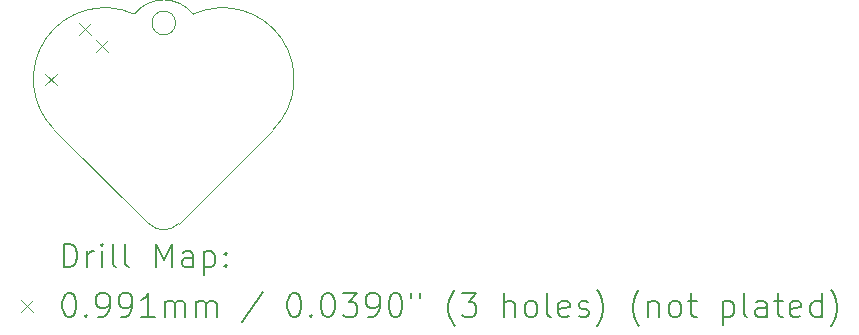
<source format=gbr>
%TF.GenerationSoftware,KiCad,Pcbnew,8.0.9-8.0.9-0~ubuntu20.04.1*%
%TF.CreationDate,2025-12-29T17:13:46+00:00*%
%TF.ProjectId,nfc-pcb-tag,6e66632d-7063-4622-9d74-61672e6b6963,rev?*%
%TF.SameCoordinates,Original*%
%TF.FileFunction,Drillmap*%
%TF.FilePolarity,Positive*%
%FSLAX45Y45*%
G04 Gerber Fmt 4.5, Leading zero omitted, Abs format (unit mm)*
G04 Created by KiCad (PCBNEW 8.0.9-8.0.9-0~ubuntu20.04.1) date 2025-12-29 17:13:46*
%MOMM*%
%LPD*%
G01*
G04 APERTURE LIST*
%ADD10C,0.100000*%
%ADD11C,0.050000*%
%ADD12C,0.200000*%
G04 APERTURE END LIST*
D10*
X8177200Y-4027200D02*
X7375000Y-4825000D01*
D11*
X7350000Y-3125000D02*
G75*
G02*
X7150000Y-3125000I-100000J0D01*
G01*
X7150000Y-3125000D02*
G75*
G02*
X7350000Y-3125000I100000J0D01*
G01*
D10*
X6322800Y-4027200D02*
G75*
G02*
X7000000Y-3050000I427200J427200D01*
G01*
X6322800Y-4027200D02*
X7125000Y-4825000D01*
D11*
X7000000Y-3050000D02*
G75*
G02*
X7500000Y-3050000I250000J-200000D01*
G01*
D10*
X7375000Y-4825000D02*
G75*
G02*
X7125000Y-4825000I-125000J125000D01*
G01*
X7500000Y-3050000D02*
G75*
G02*
X8177200Y-4027200I250000J-550000D01*
G01*
D12*
D10*
X6245865Y-3555075D02*
X6344925Y-3654135D01*
X6344925Y-3555075D02*
X6245865Y-3654135D01*
X6533233Y-3124023D02*
X6632293Y-3223083D01*
X6632293Y-3124023D02*
X6533233Y-3223083D01*
X6676917Y-3267707D02*
X6775977Y-3366767D01*
X6775977Y-3267707D02*
X6676917Y-3366767D01*
D12*
X6401625Y-5193260D02*
X6401625Y-4993260D01*
X6401625Y-4993260D02*
X6449244Y-4993260D01*
X6449244Y-4993260D02*
X6477815Y-5002784D01*
X6477815Y-5002784D02*
X6496863Y-5021832D01*
X6496863Y-5021832D02*
X6506386Y-5040879D01*
X6506386Y-5040879D02*
X6515910Y-5078975D01*
X6515910Y-5078975D02*
X6515910Y-5107546D01*
X6515910Y-5107546D02*
X6506386Y-5145641D01*
X6506386Y-5145641D02*
X6496863Y-5164689D01*
X6496863Y-5164689D02*
X6477815Y-5183737D01*
X6477815Y-5183737D02*
X6449244Y-5193260D01*
X6449244Y-5193260D02*
X6401625Y-5193260D01*
X6601625Y-5193260D02*
X6601625Y-5059927D01*
X6601625Y-5098022D02*
X6611148Y-5078975D01*
X6611148Y-5078975D02*
X6620672Y-5069451D01*
X6620672Y-5069451D02*
X6639720Y-5059927D01*
X6639720Y-5059927D02*
X6658767Y-5059927D01*
X6725434Y-5193260D02*
X6725434Y-5059927D01*
X6725434Y-4993260D02*
X6715910Y-5002784D01*
X6715910Y-5002784D02*
X6725434Y-5012308D01*
X6725434Y-5012308D02*
X6734958Y-5002784D01*
X6734958Y-5002784D02*
X6725434Y-4993260D01*
X6725434Y-4993260D02*
X6725434Y-5012308D01*
X6849244Y-5193260D02*
X6830196Y-5183737D01*
X6830196Y-5183737D02*
X6820672Y-5164689D01*
X6820672Y-5164689D02*
X6820672Y-4993260D01*
X6954005Y-5193260D02*
X6934958Y-5183737D01*
X6934958Y-5183737D02*
X6925434Y-5164689D01*
X6925434Y-5164689D02*
X6925434Y-4993260D01*
X7182577Y-5193260D02*
X7182577Y-4993260D01*
X7182577Y-4993260D02*
X7249244Y-5136118D01*
X7249244Y-5136118D02*
X7315910Y-4993260D01*
X7315910Y-4993260D02*
X7315910Y-5193260D01*
X7496863Y-5193260D02*
X7496863Y-5088499D01*
X7496863Y-5088499D02*
X7487339Y-5069451D01*
X7487339Y-5069451D02*
X7468291Y-5059927D01*
X7468291Y-5059927D02*
X7430196Y-5059927D01*
X7430196Y-5059927D02*
X7411148Y-5069451D01*
X7496863Y-5183737D02*
X7477815Y-5193260D01*
X7477815Y-5193260D02*
X7430196Y-5193260D01*
X7430196Y-5193260D02*
X7411148Y-5183737D01*
X7411148Y-5183737D02*
X7401625Y-5164689D01*
X7401625Y-5164689D02*
X7401625Y-5145641D01*
X7401625Y-5145641D02*
X7411148Y-5126594D01*
X7411148Y-5126594D02*
X7430196Y-5117070D01*
X7430196Y-5117070D02*
X7477815Y-5117070D01*
X7477815Y-5117070D02*
X7496863Y-5107546D01*
X7592101Y-5059927D02*
X7592101Y-5259927D01*
X7592101Y-5069451D02*
X7611148Y-5059927D01*
X7611148Y-5059927D02*
X7649244Y-5059927D01*
X7649244Y-5059927D02*
X7668291Y-5069451D01*
X7668291Y-5069451D02*
X7677815Y-5078975D01*
X7677815Y-5078975D02*
X7687339Y-5098022D01*
X7687339Y-5098022D02*
X7687339Y-5155165D01*
X7687339Y-5155165D02*
X7677815Y-5174213D01*
X7677815Y-5174213D02*
X7668291Y-5183737D01*
X7668291Y-5183737D02*
X7649244Y-5193260D01*
X7649244Y-5193260D02*
X7611148Y-5193260D01*
X7611148Y-5193260D02*
X7592101Y-5183737D01*
X7773053Y-5174213D02*
X7782577Y-5183737D01*
X7782577Y-5183737D02*
X7773053Y-5193260D01*
X7773053Y-5193260D02*
X7763529Y-5183737D01*
X7763529Y-5183737D02*
X7773053Y-5174213D01*
X7773053Y-5174213D02*
X7773053Y-5193260D01*
X7773053Y-5069451D02*
X7782577Y-5078975D01*
X7782577Y-5078975D02*
X7773053Y-5088499D01*
X7773053Y-5088499D02*
X7763529Y-5078975D01*
X7763529Y-5078975D02*
X7773053Y-5069451D01*
X7773053Y-5069451D02*
X7773053Y-5088499D01*
D10*
X6041788Y-5472247D02*
X6140848Y-5571307D01*
X6140848Y-5472247D02*
X6041788Y-5571307D01*
D12*
X6439720Y-5413260D02*
X6458767Y-5413260D01*
X6458767Y-5413260D02*
X6477815Y-5422784D01*
X6477815Y-5422784D02*
X6487339Y-5432308D01*
X6487339Y-5432308D02*
X6496863Y-5451356D01*
X6496863Y-5451356D02*
X6506386Y-5489451D01*
X6506386Y-5489451D02*
X6506386Y-5537070D01*
X6506386Y-5537070D02*
X6496863Y-5575165D01*
X6496863Y-5575165D02*
X6487339Y-5594213D01*
X6487339Y-5594213D02*
X6477815Y-5603737D01*
X6477815Y-5603737D02*
X6458767Y-5613260D01*
X6458767Y-5613260D02*
X6439720Y-5613260D01*
X6439720Y-5613260D02*
X6420672Y-5603737D01*
X6420672Y-5603737D02*
X6411148Y-5594213D01*
X6411148Y-5594213D02*
X6401625Y-5575165D01*
X6401625Y-5575165D02*
X6392101Y-5537070D01*
X6392101Y-5537070D02*
X6392101Y-5489451D01*
X6392101Y-5489451D02*
X6401625Y-5451356D01*
X6401625Y-5451356D02*
X6411148Y-5432308D01*
X6411148Y-5432308D02*
X6420672Y-5422784D01*
X6420672Y-5422784D02*
X6439720Y-5413260D01*
X6592101Y-5594213D02*
X6601625Y-5603737D01*
X6601625Y-5603737D02*
X6592101Y-5613260D01*
X6592101Y-5613260D02*
X6582577Y-5603737D01*
X6582577Y-5603737D02*
X6592101Y-5594213D01*
X6592101Y-5594213D02*
X6592101Y-5613260D01*
X6696863Y-5613260D02*
X6734958Y-5613260D01*
X6734958Y-5613260D02*
X6754006Y-5603737D01*
X6754006Y-5603737D02*
X6763529Y-5594213D01*
X6763529Y-5594213D02*
X6782577Y-5565641D01*
X6782577Y-5565641D02*
X6792101Y-5527546D01*
X6792101Y-5527546D02*
X6792101Y-5451356D01*
X6792101Y-5451356D02*
X6782577Y-5432308D01*
X6782577Y-5432308D02*
X6773053Y-5422784D01*
X6773053Y-5422784D02*
X6754006Y-5413260D01*
X6754006Y-5413260D02*
X6715910Y-5413260D01*
X6715910Y-5413260D02*
X6696863Y-5422784D01*
X6696863Y-5422784D02*
X6687339Y-5432308D01*
X6687339Y-5432308D02*
X6677815Y-5451356D01*
X6677815Y-5451356D02*
X6677815Y-5498975D01*
X6677815Y-5498975D02*
X6687339Y-5518022D01*
X6687339Y-5518022D02*
X6696863Y-5527546D01*
X6696863Y-5527546D02*
X6715910Y-5537070D01*
X6715910Y-5537070D02*
X6754006Y-5537070D01*
X6754006Y-5537070D02*
X6773053Y-5527546D01*
X6773053Y-5527546D02*
X6782577Y-5518022D01*
X6782577Y-5518022D02*
X6792101Y-5498975D01*
X6887339Y-5613260D02*
X6925434Y-5613260D01*
X6925434Y-5613260D02*
X6944482Y-5603737D01*
X6944482Y-5603737D02*
X6954006Y-5594213D01*
X6954006Y-5594213D02*
X6973053Y-5565641D01*
X6973053Y-5565641D02*
X6982577Y-5527546D01*
X6982577Y-5527546D02*
X6982577Y-5451356D01*
X6982577Y-5451356D02*
X6973053Y-5432308D01*
X6973053Y-5432308D02*
X6963529Y-5422784D01*
X6963529Y-5422784D02*
X6944482Y-5413260D01*
X6944482Y-5413260D02*
X6906386Y-5413260D01*
X6906386Y-5413260D02*
X6887339Y-5422784D01*
X6887339Y-5422784D02*
X6877815Y-5432308D01*
X6877815Y-5432308D02*
X6868291Y-5451356D01*
X6868291Y-5451356D02*
X6868291Y-5498975D01*
X6868291Y-5498975D02*
X6877815Y-5518022D01*
X6877815Y-5518022D02*
X6887339Y-5527546D01*
X6887339Y-5527546D02*
X6906386Y-5537070D01*
X6906386Y-5537070D02*
X6944482Y-5537070D01*
X6944482Y-5537070D02*
X6963529Y-5527546D01*
X6963529Y-5527546D02*
X6973053Y-5518022D01*
X6973053Y-5518022D02*
X6982577Y-5498975D01*
X7173053Y-5613260D02*
X7058767Y-5613260D01*
X7115910Y-5613260D02*
X7115910Y-5413260D01*
X7115910Y-5413260D02*
X7096863Y-5441832D01*
X7096863Y-5441832D02*
X7077815Y-5460879D01*
X7077815Y-5460879D02*
X7058767Y-5470403D01*
X7258767Y-5613260D02*
X7258767Y-5479927D01*
X7258767Y-5498975D02*
X7268291Y-5489451D01*
X7268291Y-5489451D02*
X7287339Y-5479927D01*
X7287339Y-5479927D02*
X7315910Y-5479927D01*
X7315910Y-5479927D02*
X7334958Y-5489451D01*
X7334958Y-5489451D02*
X7344482Y-5508499D01*
X7344482Y-5508499D02*
X7344482Y-5613260D01*
X7344482Y-5508499D02*
X7354006Y-5489451D01*
X7354006Y-5489451D02*
X7373053Y-5479927D01*
X7373053Y-5479927D02*
X7401625Y-5479927D01*
X7401625Y-5479927D02*
X7420672Y-5489451D01*
X7420672Y-5489451D02*
X7430196Y-5508499D01*
X7430196Y-5508499D02*
X7430196Y-5613260D01*
X7525434Y-5613260D02*
X7525434Y-5479927D01*
X7525434Y-5498975D02*
X7534958Y-5489451D01*
X7534958Y-5489451D02*
X7554006Y-5479927D01*
X7554006Y-5479927D02*
X7582577Y-5479927D01*
X7582577Y-5479927D02*
X7601625Y-5489451D01*
X7601625Y-5489451D02*
X7611148Y-5508499D01*
X7611148Y-5508499D02*
X7611148Y-5613260D01*
X7611148Y-5508499D02*
X7620672Y-5489451D01*
X7620672Y-5489451D02*
X7639720Y-5479927D01*
X7639720Y-5479927D02*
X7668291Y-5479927D01*
X7668291Y-5479927D02*
X7687339Y-5489451D01*
X7687339Y-5489451D02*
X7696863Y-5508499D01*
X7696863Y-5508499D02*
X7696863Y-5613260D01*
X8087339Y-5403737D02*
X7915910Y-5660879D01*
X8344482Y-5413260D02*
X8363530Y-5413260D01*
X8363530Y-5413260D02*
X8382577Y-5422784D01*
X8382577Y-5422784D02*
X8392101Y-5432308D01*
X8392101Y-5432308D02*
X8401625Y-5451356D01*
X8401625Y-5451356D02*
X8411149Y-5489451D01*
X8411149Y-5489451D02*
X8411149Y-5537070D01*
X8411149Y-5537070D02*
X8401625Y-5575165D01*
X8401625Y-5575165D02*
X8392101Y-5594213D01*
X8392101Y-5594213D02*
X8382577Y-5603737D01*
X8382577Y-5603737D02*
X8363530Y-5613260D01*
X8363530Y-5613260D02*
X8344482Y-5613260D01*
X8344482Y-5613260D02*
X8325434Y-5603737D01*
X8325434Y-5603737D02*
X8315910Y-5594213D01*
X8315910Y-5594213D02*
X8306387Y-5575165D01*
X8306387Y-5575165D02*
X8296863Y-5537070D01*
X8296863Y-5537070D02*
X8296863Y-5489451D01*
X8296863Y-5489451D02*
X8306387Y-5451356D01*
X8306387Y-5451356D02*
X8315910Y-5432308D01*
X8315910Y-5432308D02*
X8325434Y-5422784D01*
X8325434Y-5422784D02*
X8344482Y-5413260D01*
X8496863Y-5594213D02*
X8506387Y-5603737D01*
X8506387Y-5603737D02*
X8496863Y-5613260D01*
X8496863Y-5613260D02*
X8487339Y-5603737D01*
X8487339Y-5603737D02*
X8496863Y-5594213D01*
X8496863Y-5594213D02*
X8496863Y-5613260D01*
X8630196Y-5413260D02*
X8649244Y-5413260D01*
X8649244Y-5413260D02*
X8668292Y-5422784D01*
X8668292Y-5422784D02*
X8677815Y-5432308D01*
X8677815Y-5432308D02*
X8687339Y-5451356D01*
X8687339Y-5451356D02*
X8696863Y-5489451D01*
X8696863Y-5489451D02*
X8696863Y-5537070D01*
X8696863Y-5537070D02*
X8687339Y-5575165D01*
X8687339Y-5575165D02*
X8677815Y-5594213D01*
X8677815Y-5594213D02*
X8668292Y-5603737D01*
X8668292Y-5603737D02*
X8649244Y-5613260D01*
X8649244Y-5613260D02*
X8630196Y-5613260D01*
X8630196Y-5613260D02*
X8611149Y-5603737D01*
X8611149Y-5603737D02*
X8601625Y-5594213D01*
X8601625Y-5594213D02*
X8592101Y-5575165D01*
X8592101Y-5575165D02*
X8582577Y-5537070D01*
X8582577Y-5537070D02*
X8582577Y-5489451D01*
X8582577Y-5489451D02*
X8592101Y-5451356D01*
X8592101Y-5451356D02*
X8601625Y-5432308D01*
X8601625Y-5432308D02*
X8611149Y-5422784D01*
X8611149Y-5422784D02*
X8630196Y-5413260D01*
X8763530Y-5413260D02*
X8887339Y-5413260D01*
X8887339Y-5413260D02*
X8820672Y-5489451D01*
X8820672Y-5489451D02*
X8849244Y-5489451D01*
X8849244Y-5489451D02*
X8868292Y-5498975D01*
X8868292Y-5498975D02*
X8877815Y-5508499D01*
X8877815Y-5508499D02*
X8887339Y-5527546D01*
X8887339Y-5527546D02*
X8887339Y-5575165D01*
X8887339Y-5575165D02*
X8877815Y-5594213D01*
X8877815Y-5594213D02*
X8868292Y-5603737D01*
X8868292Y-5603737D02*
X8849244Y-5613260D01*
X8849244Y-5613260D02*
X8792101Y-5613260D01*
X8792101Y-5613260D02*
X8773053Y-5603737D01*
X8773053Y-5603737D02*
X8763530Y-5594213D01*
X8982577Y-5613260D02*
X9020672Y-5613260D01*
X9020672Y-5613260D02*
X9039720Y-5603737D01*
X9039720Y-5603737D02*
X9049244Y-5594213D01*
X9049244Y-5594213D02*
X9068292Y-5565641D01*
X9068292Y-5565641D02*
X9077815Y-5527546D01*
X9077815Y-5527546D02*
X9077815Y-5451356D01*
X9077815Y-5451356D02*
X9068292Y-5432308D01*
X9068292Y-5432308D02*
X9058768Y-5422784D01*
X9058768Y-5422784D02*
X9039720Y-5413260D01*
X9039720Y-5413260D02*
X9001625Y-5413260D01*
X9001625Y-5413260D02*
X8982577Y-5422784D01*
X8982577Y-5422784D02*
X8973053Y-5432308D01*
X8973053Y-5432308D02*
X8963530Y-5451356D01*
X8963530Y-5451356D02*
X8963530Y-5498975D01*
X8963530Y-5498975D02*
X8973053Y-5518022D01*
X8973053Y-5518022D02*
X8982577Y-5527546D01*
X8982577Y-5527546D02*
X9001625Y-5537070D01*
X9001625Y-5537070D02*
X9039720Y-5537070D01*
X9039720Y-5537070D02*
X9058768Y-5527546D01*
X9058768Y-5527546D02*
X9068292Y-5518022D01*
X9068292Y-5518022D02*
X9077815Y-5498975D01*
X9201625Y-5413260D02*
X9220673Y-5413260D01*
X9220673Y-5413260D02*
X9239720Y-5422784D01*
X9239720Y-5422784D02*
X9249244Y-5432308D01*
X9249244Y-5432308D02*
X9258768Y-5451356D01*
X9258768Y-5451356D02*
X9268292Y-5489451D01*
X9268292Y-5489451D02*
X9268292Y-5537070D01*
X9268292Y-5537070D02*
X9258768Y-5575165D01*
X9258768Y-5575165D02*
X9249244Y-5594213D01*
X9249244Y-5594213D02*
X9239720Y-5603737D01*
X9239720Y-5603737D02*
X9220673Y-5613260D01*
X9220673Y-5613260D02*
X9201625Y-5613260D01*
X9201625Y-5613260D02*
X9182577Y-5603737D01*
X9182577Y-5603737D02*
X9173053Y-5594213D01*
X9173053Y-5594213D02*
X9163530Y-5575165D01*
X9163530Y-5575165D02*
X9154006Y-5537070D01*
X9154006Y-5537070D02*
X9154006Y-5489451D01*
X9154006Y-5489451D02*
X9163530Y-5451356D01*
X9163530Y-5451356D02*
X9173053Y-5432308D01*
X9173053Y-5432308D02*
X9182577Y-5422784D01*
X9182577Y-5422784D02*
X9201625Y-5413260D01*
X9344482Y-5413260D02*
X9344482Y-5451356D01*
X9420673Y-5413260D02*
X9420673Y-5451356D01*
X9715911Y-5689451D02*
X9706387Y-5679927D01*
X9706387Y-5679927D02*
X9687339Y-5651356D01*
X9687339Y-5651356D02*
X9677815Y-5632308D01*
X9677815Y-5632308D02*
X9668292Y-5603737D01*
X9668292Y-5603737D02*
X9658768Y-5556118D01*
X9658768Y-5556118D02*
X9658768Y-5518022D01*
X9658768Y-5518022D02*
X9668292Y-5470403D01*
X9668292Y-5470403D02*
X9677815Y-5441832D01*
X9677815Y-5441832D02*
X9687339Y-5422784D01*
X9687339Y-5422784D02*
X9706387Y-5394213D01*
X9706387Y-5394213D02*
X9715911Y-5384689D01*
X9773054Y-5413260D02*
X9896863Y-5413260D01*
X9896863Y-5413260D02*
X9830196Y-5489451D01*
X9830196Y-5489451D02*
X9858768Y-5489451D01*
X9858768Y-5489451D02*
X9877815Y-5498975D01*
X9877815Y-5498975D02*
X9887339Y-5508499D01*
X9887339Y-5508499D02*
X9896863Y-5527546D01*
X9896863Y-5527546D02*
X9896863Y-5575165D01*
X9896863Y-5575165D02*
X9887339Y-5594213D01*
X9887339Y-5594213D02*
X9877815Y-5603737D01*
X9877815Y-5603737D02*
X9858768Y-5613260D01*
X9858768Y-5613260D02*
X9801625Y-5613260D01*
X9801625Y-5613260D02*
X9782577Y-5603737D01*
X9782577Y-5603737D02*
X9773054Y-5594213D01*
X10134958Y-5613260D02*
X10134958Y-5413260D01*
X10220673Y-5613260D02*
X10220673Y-5508499D01*
X10220673Y-5508499D02*
X10211149Y-5489451D01*
X10211149Y-5489451D02*
X10192101Y-5479927D01*
X10192101Y-5479927D02*
X10163530Y-5479927D01*
X10163530Y-5479927D02*
X10144482Y-5489451D01*
X10144482Y-5489451D02*
X10134958Y-5498975D01*
X10344482Y-5613260D02*
X10325435Y-5603737D01*
X10325435Y-5603737D02*
X10315911Y-5594213D01*
X10315911Y-5594213D02*
X10306387Y-5575165D01*
X10306387Y-5575165D02*
X10306387Y-5518022D01*
X10306387Y-5518022D02*
X10315911Y-5498975D01*
X10315911Y-5498975D02*
X10325435Y-5489451D01*
X10325435Y-5489451D02*
X10344482Y-5479927D01*
X10344482Y-5479927D02*
X10373054Y-5479927D01*
X10373054Y-5479927D02*
X10392101Y-5489451D01*
X10392101Y-5489451D02*
X10401625Y-5498975D01*
X10401625Y-5498975D02*
X10411149Y-5518022D01*
X10411149Y-5518022D02*
X10411149Y-5575165D01*
X10411149Y-5575165D02*
X10401625Y-5594213D01*
X10401625Y-5594213D02*
X10392101Y-5603737D01*
X10392101Y-5603737D02*
X10373054Y-5613260D01*
X10373054Y-5613260D02*
X10344482Y-5613260D01*
X10525435Y-5613260D02*
X10506387Y-5603737D01*
X10506387Y-5603737D02*
X10496863Y-5584689D01*
X10496863Y-5584689D02*
X10496863Y-5413260D01*
X10677816Y-5603737D02*
X10658768Y-5613260D01*
X10658768Y-5613260D02*
X10620673Y-5613260D01*
X10620673Y-5613260D02*
X10601625Y-5603737D01*
X10601625Y-5603737D02*
X10592101Y-5584689D01*
X10592101Y-5584689D02*
X10592101Y-5508499D01*
X10592101Y-5508499D02*
X10601625Y-5489451D01*
X10601625Y-5489451D02*
X10620673Y-5479927D01*
X10620673Y-5479927D02*
X10658768Y-5479927D01*
X10658768Y-5479927D02*
X10677816Y-5489451D01*
X10677816Y-5489451D02*
X10687339Y-5508499D01*
X10687339Y-5508499D02*
X10687339Y-5527546D01*
X10687339Y-5527546D02*
X10592101Y-5546594D01*
X10763530Y-5603737D02*
X10782577Y-5613260D01*
X10782577Y-5613260D02*
X10820673Y-5613260D01*
X10820673Y-5613260D02*
X10839720Y-5603737D01*
X10839720Y-5603737D02*
X10849244Y-5584689D01*
X10849244Y-5584689D02*
X10849244Y-5575165D01*
X10849244Y-5575165D02*
X10839720Y-5556118D01*
X10839720Y-5556118D02*
X10820673Y-5546594D01*
X10820673Y-5546594D02*
X10792101Y-5546594D01*
X10792101Y-5546594D02*
X10773054Y-5537070D01*
X10773054Y-5537070D02*
X10763530Y-5518022D01*
X10763530Y-5518022D02*
X10763530Y-5508499D01*
X10763530Y-5508499D02*
X10773054Y-5489451D01*
X10773054Y-5489451D02*
X10792101Y-5479927D01*
X10792101Y-5479927D02*
X10820673Y-5479927D01*
X10820673Y-5479927D02*
X10839720Y-5489451D01*
X10915911Y-5689451D02*
X10925435Y-5679927D01*
X10925435Y-5679927D02*
X10944482Y-5651356D01*
X10944482Y-5651356D02*
X10954006Y-5632308D01*
X10954006Y-5632308D02*
X10963530Y-5603737D01*
X10963530Y-5603737D02*
X10973054Y-5556118D01*
X10973054Y-5556118D02*
X10973054Y-5518022D01*
X10973054Y-5518022D02*
X10963530Y-5470403D01*
X10963530Y-5470403D02*
X10954006Y-5441832D01*
X10954006Y-5441832D02*
X10944482Y-5422784D01*
X10944482Y-5422784D02*
X10925435Y-5394213D01*
X10925435Y-5394213D02*
X10915911Y-5384689D01*
X11277816Y-5689451D02*
X11268292Y-5679927D01*
X11268292Y-5679927D02*
X11249244Y-5651356D01*
X11249244Y-5651356D02*
X11239720Y-5632308D01*
X11239720Y-5632308D02*
X11230196Y-5603737D01*
X11230196Y-5603737D02*
X11220673Y-5556118D01*
X11220673Y-5556118D02*
X11220673Y-5518022D01*
X11220673Y-5518022D02*
X11230196Y-5470403D01*
X11230196Y-5470403D02*
X11239720Y-5441832D01*
X11239720Y-5441832D02*
X11249244Y-5422784D01*
X11249244Y-5422784D02*
X11268292Y-5394213D01*
X11268292Y-5394213D02*
X11277816Y-5384689D01*
X11354006Y-5479927D02*
X11354006Y-5613260D01*
X11354006Y-5498975D02*
X11363530Y-5489451D01*
X11363530Y-5489451D02*
X11382577Y-5479927D01*
X11382577Y-5479927D02*
X11411149Y-5479927D01*
X11411149Y-5479927D02*
X11430196Y-5489451D01*
X11430196Y-5489451D02*
X11439720Y-5508499D01*
X11439720Y-5508499D02*
X11439720Y-5613260D01*
X11563530Y-5613260D02*
X11544482Y-5603737D01*
X11544482Y-5603737D02*
X11534958Y-5594213D01*
X11534958Y-5594213D02*
X11525435Y-5575165D01*
X11525435Y-5575165D02*
X11525435Y-5518022D01*
X11525435Y-5518022D02*
X11534958Y-5498975D01*
X11534958Y-5498975D02*
X11544482Y-5489451D01*
X11544482Y-5489451D02*
X11563530Y-5479927D01*
X11563530Y-5479927D02*
X11592101Y-5479927D01*
X11592101Y-5479927D02*
X11611149Y-5489451D01*
X11611149Y-5489451D02*
X11620673Y-5498975D01*
X11620673Y-5498975D02*
X11630196Y-5518022D01*
X11630196Y-5518022D02*
X11630196Y-5575165D01*
X11630196Y-5575165D02*
X11620673Y-5594213D01*
X11620673Y-5594213D02*
X11611149Y-5603737D01*
X11611149Y-5603737D02*
X11592101Y-5613260D01*
X11592101Y-5613260D02*
X11563530Y-5613260D01*
X11687339Y-5479927D02*
X11763530Y-5479927D01*
X11715911Y-5413260D02*
X11715911Y-5584689D01*
X11715911Y-5584689D02*
X11725435Y-5603737D01*
X11725435Y-5603737D02*
X11744482Y-5613260D01*
X11744482Y-5613260D02*
X11763530Y-5613260D01*
X11982577Y-5479927D02*
X11982577Y-5679927D01*
X11982577Y-5489451D02*
X12001625Y-5479927D01*
X12001625Y-5479927D02*
X12039720Y-5479927D01*
X12039720Y-5479927D02*
X12058768Y-5489451D01*
X12058768Y-5489451D02*
X12068292Y-5498975D01*
X12068292Y-5498975D02*
X12077816Y-5518022D01*
X12077816Y-5518022D02*
X12077816Y-5575165D01*
X12077816Y-5575165D02*
X12068292Y-5594213D01*
X12068292Y-5594213D02*
X12058768Y-5603737D01*
X12058768Y-5603737D02*
X12039720Y-5613260D01*
X12039720Y-5613260D02*
X12001625Y-5613260D01*
X12001625Y-5613260D02*
X11982577Y-5603737D01*
X12192101Y-5613260D02*
X12173054Y-5603737D01*
X12173054Y-5603737D02*
X12163530Y-5584689D01*
X12163530Y-5584689D02*
X12163530Y-5413260D01*
X12354006Y-5613260D02*
X12354006Y-5508499D01*
X12354006Y-5508499D02*
X12344482Y-5489451D01*
X12344482Y-5489451D02*
X12325435Y-5479927D01*
X12325435Y-5479927D02*
X12287339Y-5479927D01*
X12287339Y-5479927D02*
X12268292Y-5489451D01*
X12354006Y-5603737D02*
X12334958Y-5613260D01*
X12334958Y-5613260D02*
X12287339Y-5613260D01*
X12287339Y-5613260D02*
X12268292Y-5603737D01*
X12268292Y-5603737D02*
X12258768Y-5584689D01*
X12258768Y-5584689D02*
X12258768Y-5565641D01*
X12258768Y-5565641D02*
X12268292Y-5546594D01*
X12268292Y-5546594D02*
X12287339Y-5537070D01*
X12287339Y-5537070D02*
X12334958Y-5537070D01*
X12334958Y-5537070D02*
X12354006Y-5527546D01*
X12420673Y-5479927D02*
X12496863Y-5479927D01*
X12449244Y-5413260D02*
X12449244Y-5584689D01*
X12449244Y-5584689D02*
X12458768Y-5603737D01*
X12458768Y-5603737D02*
X12477816Y-5613260D01*
X12477816Y-5613260D02*
X12496863Y-5613260D01*
X12639720Y-5603737D02*
X12620673Y-5613260D01*
X12620673Y-5613260D02*
X12582577Y-5613260D01*
X12582577Y-5613260D02*
X12563530Y-5603737D01*
X12563530Y-5603737D02*
X12554006Y-5584689D01*
X12554006Y-5584689D02*
X12554006Y-5508499D01*
X12554006Y-5508499D02*
X12563530Y-5489451D01*
X12563530Y-5489451D02*
X12582577Y-5479927D01*
X12582577Y-5479927D02*
X12620673Y-5479927D01*
X12620673Y-5479927D02*
X12639720Y-5489451D01*
X12639720Y-5489451D02*
X12649244Y-5508499D01*
X12649244Y-5508499D02*
X12649244Y-5527546D01*
X12649244Y-5527546D02*
X12554006Y-5546594D01*
X12820673Y-5613260D02*
X12820673Y-5413260D01*
X12820673Y-5603737D02*
X12801625Y-5613260D01*
X12801625Y-5613260D02*
X12763530Y-5613260D01*
X12763530Y-5613260D02*
X12744482Y-5603737D01*
X12744482Y-5603737D02*
X12734958Y-5594213D01*
X12734958Y-5594213D02*
X12725435Y-5575165D01*
X12725435Y-5575165D02*
X12725435Y-5518022D01*
X12725435Y-5518022D02*
X12734958Y-5498975D01*
X12734958Y-5498975D02*
X12744482Y-5489451D01*
X12744482Y-5489451D02*
X12763530Y-5479927D01*
X12763530Y-5479927D02*
X12801625Y-5479927D01*
X12801625Y-5479927D02*
X12820673Y-5489451D01*
X12896863Y-5689451D02*
X12906387Y-5679927D01*
X12906387Y-5679927D02*
X12925435Y-5651356D01*
X12925435Y-5651356D02*
X12934958Y-5632308D01*
X12934958Y-5632308D02*
X12944482Y-5603737D01*
X12944482Y-5603737D02*
X12954006Y-5556118D01*
X12954006Y-5556118D02*
X12954006Y-5518022D01*
X12954006Y-5518022D02*
X12944482Y-5470403D01*
X12944482Y-5470403D02*
X12934958Y-5441832D01*
X12934958Y-5441832D02*
X12925435Y-5422784D01*
X12925435Y-5422784D02*
X12906387Y-5394213D01*
X12906387Y-5394213D02*
X12896863Y-5384689D01*
M02*

</source>
